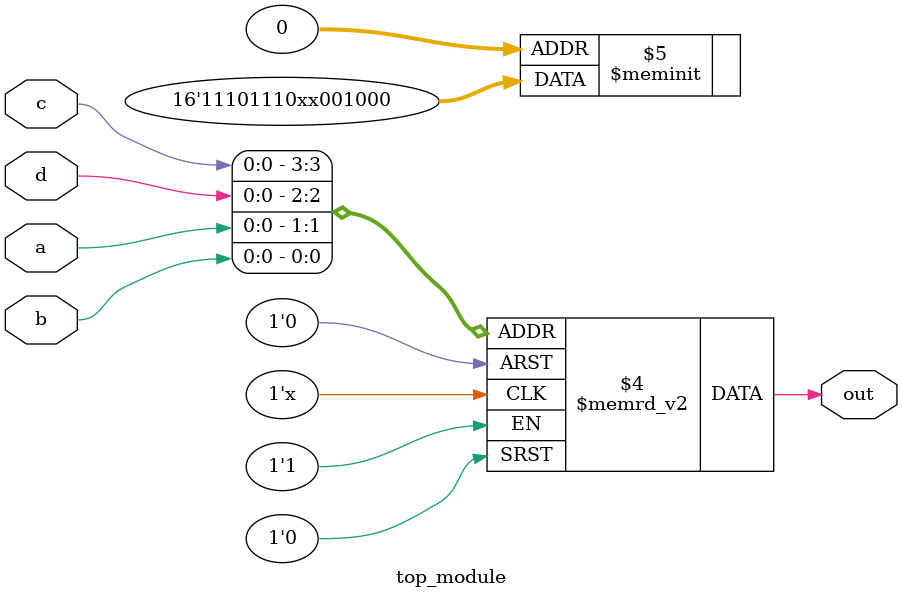
<source format=sv>
module top_module (
    input a, 
    input b,
    input c,
    input d,
    output reg out
);

always @(*) begin
    case ({c, d, a, b})
        4'b0001 : out = 1'b0; // 00 01
        4'b0010 : out = 1'b0; // 00 10 (01)
        4'b0011 : out = 1'b1; // 00 11 (01)
        4'b0100 : out = 1'b0; // 01 00
        4'b0101 : out = 1'b0; // 01 01
        4'b0110 : out = 1'bx; // 01 10 (d don't-care)
        4'b0111 : out = 1'bx; // 01 11 (d don't-care)
        4'b1000 : out = 1'b0; // 10 00
        4'b1001 : out = 1'b1; // 10 01
        4'b1010 : out = 1'b1; // 10 10
        4'b1011 : out = 1'b1; // 10 11
        4'b1100 : out = 1'b0; // 11 00
        4'b1101 : out = 1'b1; // 11 01
        4'b1110 : out = 1'b1; // 11 10
        4'b1111 : out = 1'b1; // 11 11
        default : out = 1'b0; // default case, in case of any erroneous value 
    endcase
end

endmodule

</source>
